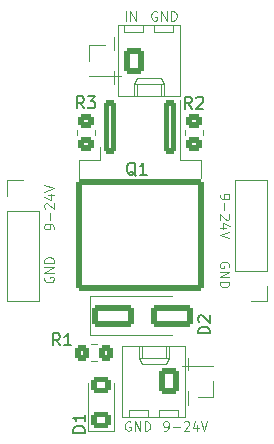
<source format=gto>
G04 #@! TF.GenerationSoftware,KiCad,Pcbnew,7.0.1*
G04 #@! TF.CreationDate,2025-03-09T11:47:29-05:00*
G04 #@! TF.ProjectId,Single Mosfet Board V2,53696e67-6c65-4204-9d6f-736665742042,rev?*
G04 #@! TF.SameCoordinates,Original*
G04 #@! TF.FileFunction,Legend,Top*
G04 #@! TF.FilePolarity,Positive*
%FSLAX46Y46*%
G04 Gerber Fmt 4.6, Leading zero omitted, Abs format (unit mm)*
G04 Created by KiCad (PCBNEW 7.0.1) date 2025-03-09 11:47:29*
%MOMM*%
%LPD*%
G01*
G04 APERTURE LIST*
G04 Aperture macros list*
%AMRoundRect*
0 Rectangle with rounded corners*
0 $1 Rounding radius*
0 $2 $3 $4 $5 $6 $7 $8 $9 X,Y pos of 4 corners*
0 Add a 4 corners polygon primitive as box body*
4,1,4,$2,$3,$4,$5,$6,$7,$8,$9,$2,$3,0*
0 Add four circle primitives for the rounded corners*
1,1,$1+$1,$2,$3*
1,1,$1+$1,$4,$5*
1,1,$1+$1,$6,$7*
1,1,$1+$1,$8,$9*
0 Add four rect primitives between the rounded corners*
20,1,$1+$1,$2,$3,$4,$5,0*
20,1,$1+$1,$4,$5,$6,$7,0*
20,1,$1+$1,$6,$7,$8,$9,0*
20,1,$1+$1,$8,$9,$2,$3,0*%
G04 Aperture macros list end*
%ADD10C,0.100000*%
%ADD11C,0.150000*%
%ADD12C,0.120000*%
%ADD13RoundRect,0.250000X-0.450000X0.350000X-0.450000X-0.350000X0.450000X-0.350000X0.450000X0.350000X0*%
%ADD14RoundRect,0.250000X-0.300000X2.050000X-0.300000X-2.050000X0.300000X-2.050000X0.300000X2.050000X0*%
%ADD15RoundRect,0.250002X-5.149998X4.449998X-5.149998X-4.449998X5.149998X-4.449998X5.149998X4.449998X0*%
%ADD16RoundRect,0.250000X-0.620000X-0.845000X0.620000X-0.845000X0.620000X0.845000X-0.620000X0.845000X0*%
%ADD17O,1.740000X2.190000*%
%ADD18R,1.700000X1.700000*%
%ADD19O,1.700000X1.700000*%
%ADD20RoundRect,0.250001X0.624999X-0.462499X0.624999X0.462499X-0.624999X0.462499X-0.624999X-0.462499X0*%
%ADD21C,3.200000*%
%ADD22RoundRect,0.250000X0.620000X0.845000X-0.620000X0.845000X-0.620000X-0.845000X0.620000X-0.845000X0*%
%ADD23RoundRect,0.250000X-1.500000X-0.650000X1.500000X-0.650000X1.500000X0.650000X-1.500000X0.650000X0*%
%ADD24RoundRect,0.250000X-0.350000X-0.450000X0.350000X-0.450000X0.350000X0.450000X-0.350000X0.450000X0*%
G04 APERTURE END LIST*
D10*
X132160095Y-80492380D02*
X132160095Y-80339999D01*
X132160095Y-80339999D02*
X132122000Y-80263809D01*
X132122000Y-80263809D02*
X132083904Y-80225713D01*
X132083904Y-80225713D02*
X131969619Y-80149523D01*
X131969619Y-80149523D02*
X131817238Y-80111428D01*
X131817238Y-80111428D02*
X131512476Y-80111428D01*
X131512476Y-80111428D02*
X131436285Y-80149523D01*
X131436285Y-80149523D02*
X131398190Y-80187618D01*
X131398190Y-80187618D02*
X131360095Y-80263809D01*
X131360095Y-80263809D02*
X131360095Y-80416190D01*
X131360095Y-80416190D02*
X131398190Y-80492380D01*
X131398190Y-80492380D02*
X131436285Y-80530475D01*
X131436285Y-80530475D02*
X131512476Y-80568571D01*
X131512476Y-80568571D02*
X131702952Y-80568571D01*
X131702952Y-80568571D02*
X131779142Y-80530475D01*
X131779142Y-80530475D02*
X131817238Y-80492380D01*
X131817238Y-80492380D02*
X131855333Y-80416190D01*
X131855333Y-80416190D02*
X131855333Y-80263809D01*
X131855333Y-80263809D02*
X131817238Y-80187618D01*
X131817238Y-80187618D02*
X131779142Y-80149523D01*
X131779142Y-80149523D02*
X131702952Y-80111428D01*
X131855333Y-79768570D02*
X131855333Y-79159047D01*
X131436285Y-78816190D02*
X131398190Y-78778094D01*
X131398190Y-78778094D02*
X131360095Y-78701904D01*
X131360095Y-78701904D02*
X131360095Y-78511428D01*
X131360095Y-78511428D02*
X131398190Y-78435237D01*
X131398190Y-78435237D02*
X131436285Y-78397142D01*
X131436285Y-78397142D02*
X131512476Y-78359047D01*
X131512476Y-78359047D02*
X131588666Y-78359047D01*
X131588666Y-78359047D02*
X131702952Y-78397142D01*
X131702952Y-78397142D02*
X132160095Y-78854285D01*
X132160095Y-78854285D02*
X132160095Y-78359047D01*
X131626761Y-77673332D02*
X132160095Y-77673332D01*
X131322000Y-77863808D02*
X131893428Y-78054285D01*
X131893428Y-78054285D02*
X131893428Y-77559046D01*
X131360095Y-77368570D02*
X132160095Y-77101903D01*
X132160095Y-77101903D02*
X131360095Y-76835237D01*
X131398190Y-84599523D02*
X131360095Y-84675713D01*
X131360095Y-84675713D02*
X131360095Y-84789999D01*
X131360095Y-84789999D02*
X131398190Y-84904285D01*
X131398190Y-84904285D02*
X131474380Y-84980475D01*
X131474380Y-84980475D02*
X131550571Y-85018570D01*
X131550571Y-85018570D02*
X131702952Y-85056666D01*
X131702952Y-85056666D02*
X131817238Y-85056666D01*
X131817238Y-85056666D02*
X131969619Y-85018570D01*
X131969619Y-85018570D02*
X132045809Y-84980475D01*
X132045809Y-84980475D02*
X132122000Y-84904285D01*
X132122000Y-84904285D02*
X132160095Y-84789999D01*
X132160095Y-84789999D02*
X132160095Y-84713808D01*
X132160095Y-84713808D02*
X132122000Y-84599523D01*
X132122000Y-84599523D02*
X132083904Y-84561427D01*
X132083904Y-84561427D02*
X131817238Y-84561427D01*
X131817238Y-84561427D02*
X131817238Y-84713808D01*
X132160095Y-84218570D02*
X131360095Y-84218570D01*
X131360095Y-84218570D02*
X132160095Y-83761427D01*
X132160095Y-83761427D02*
X131360095Y-83761427D01*
X132160095Y-83380475D02*
X131360095Y-83380475D01*
X131360095Y-83380475D02*
X131360095Y-83189999D01*
X131360095Y-83189999D02*
X131398190Y-83075713D01*
X131398190Y-83075713D02*
X131474380Y-82999523D01*
X131474380Y-82999523D02*
X131550571Y-82961428D01*
X131550571Y-82961428D02*
X131702952Y-82923332D01*
X131702952Y-82923332D02*
X131817238Y-82923332D01*
X131817238Y-82923332D02*
X131969619Y-82961428D01*
X131969619Y-82961428D02*
X132045809Y-82999523D01*
X132045809Y-82999523D02*
X132122000Y-83075713D01*
X132122000Y-83075713D02*
X132160095Y-83189999D01*
X132160095Y-83189999D02*
X132160095Y-83380475D01*
X146223904Y-77621619D02*
X146223904Y-77774000D01*
X146223904Y-77774000D02*
X146262000Y-77850190D01*
X146262000Y-77850190D02*
X146300095Y-77888286D01*
X146300095Y-77888286D02*
X146414380Y-77964476D01*
X146414380Y-77964476D02*
X146566761Y-78002571D01*
X146566761Y-78002571D02*
X146871523Y-78002571D01*
X146871523Y-78002571D02*
X146947714Y-77964476D01*
X146947714Y-77964476D02*
X146985809Y-77926381D01*
X146985809Y-77926381D02*
X147023904Y-77850190D01*
X147023904Y-77850190D02*
X147023904Y-77697809D01*
X147023904Y-77697809D02*
X146985809Y-77621619D01*
X146985809Y-77621619D02*
X146947714Y-77583524D01*
X146947714Y-77583524D02*
X146871523Y-77545428D01*
X146871523Y-77545428D02*
X146681047Y-77545428D01*
X146681047Y-77545428D02*
X146604857Y-77583524D01*
X146604857Y-77583524D02*
X146566761Y-77621619D01*
X146566761Y-77621619D02*
X146528666Y-77697809D01*
X146528666Y-77697809D02*
X146528666Y-77850190D01*
X146528666Y-77850190D02*
X146566761Y-77926381D01*
X146566761Y-77926381D02*
X146604857Y-77964476D01*
X146604857Y-77964476D02*
X146681047Y-78002571D01*
X146528666Y-78345429D02*
X146528666Y-78954953D01*
X146947714Y-79297809D02*
X146985809Y-79335905D01*
X146985809Y-79335905D02*
X147023904Y-79412095D01*
X147023904Y-79412095D02*
X147023904Y-79602571D01*
X147023904Y-79602571D02*
X146985809Y-79678762D01*
X146985809Y-79678762D02*
X146947714Y-79716857D01*
X146947714Y-79716857D02*
X146871523Y-79754952D01*
X146871523Y-79754952D02*
X146795333Y-79754952D01*
X146795333Y-79754952D02*
X146681047Y-79716857D01*
X146681047Y-79716857D02*
X146223904Y-79259714D01*
X146223904Y-79259714D02*
X146223904Y-79754952D01*
X146757238Y-80440667D02*
X146223904Y-80440667D01*
X147062000Y-80250191D02*
X146490571Y-80059714D01*
X146490571Y-80059714D02*
X146490571Y-80554953D01*
X147023904Y-80745429D02*
X146223904Y-81012096D01*
X146223904Y-81012096D02*
X147023904Y-81278762D01*
X141497619Y-97620095D02*
X141650000Y-97620095D01*
X141650000Y-97620095D02*
X141726190Y-97582000D01*
X141726190Y-97582000D02*
X141764286Y-97543904D01*
X141764286Y-97543904D02*
X141840476Y-97429619D01*
X141840476Y-97429619D02*
X141878571Y-97277238D01*
X141878571Y-97277238D02*
X141878571Y-96972476D01*
X141878571Y-96972476D02*
X141840476Y-96896285D01*
X141840476Y-96896285D02*
X141802381Y-96858190D01*
X141802381Y-96858190D02*
X141726190Y-96820095D01*
X141726190Y-96820095D02*
X141573809Y-96820095D01*
X141573809Y-96820095D02*
X141497619Y-96858190D01*
X141497619Y-96858190D02*
X141459524Y-96896285D01*
X141459524Y-96896285D02*
X141421428Y-96972476D01*
X141421428Y-96972476D02*
X141421428Y-97162952D01*
X141421428Y-97162952D02*
X141459524Y-97239142D01*
X141459524Y-97239142D02*
X141497619Y-97277238D01*
X141497619Y-97277238D02*
X141573809Y-97315333D01*
X141573809Y-97315333D02*
X141726190Y-97315333D01*
X141726190Y-97315333D02*
X141802381Y-97277238D01*
X141802381Y-97277238D02*
X141840476Y-97239142D01*
X141840476Y-97239142D02*
X141878571Y-97162952D01*
X142221429Y-97315333D02*
X142830953Y-97315333D01*
X143173809Y-96896285D02*
X143211905Y-96858190D01*
X143211905Y-96858190D02*
X143288095Y-96820095D01*
X143288095Y-96820095D02*
X143478571Y-96820095D01*
X143478571Y-96820095D02*
X143554762Y-96858190D01*
X143554762Y-96858190D02*
X143592857Y-96896285D01*
X143592857Y-96896285D02*
X143630952Y-96972476D01*
X143630952Y-96972476D02*
X143630952Y-97048666D01*
X143630952Y-97048666D02*
X143592857Y-97162952D01*
X143592857Y-97162952D02*
X143135714Y-97620095D01*
X143135714Y-97620095D02*
X143630952Y-97620095D01*
X144316667Y-97086761D02*
X144316667Y-97620095D01*
X144126191Y-96782000D02*
X143935714Y-97353428D01*
X143935714Y-97353428D02*
X144430953Y-97353428D01*
X144621429Y-96820095D02*
X144888096Y-97620095D01*
X144888096Y-97620095D02*
X145154762Y-96820095D01*
X146985809Y-83764476D02*
X147023904Y-83688286D01*
X147023904Y-83688286D02*
X147023904Y-83574000D01*
X147023904Y-83574000D02*
X146985809Y-83459714D01*
X146985809Y-83459714D02*
X146909619Y-83383524D01*
X146909619Y-83383524D02*
X146833428Y-83345429D01*
X146833428Y-83345429D02*
X146681047Y-83307333D01*
X146681047Y-83307333D02*
X146566761Y-83307333D01*
X146566761Y-83307333D02*
X146414380Y-83345429D01*
X146414380Y-83345429D02*
X146338190Y-83383524D01*
X146338190Y-83383524D02*
X146262000Y-83459714D01*
X146262000Y-83459714D02*
X146223904Y-83574000D01*
X146223904Y-83574000D02*
X146223904Y-83650191D01*
X146223904Y-83650191D02*
X146262000Y-83764476D01*
X146262000Y-83764476D02*
X146300095Y-83802572D01*
X146300095Y-83802572D02*
X146566761Y-83802572D01*
X146566761Y-83802572D02*
X146566761Y-83650191D01*
X146223904Y-84145429D02*
X147023904Y-84145429D01*
X147023904Y-84145429D02*
X146223904Y-84602572D01*
X146223904Y-84602572D02*
X147023904Y-84602572D01*
X146223904Y-84983524D02*
X147023904Y-84983524D01*
X147023904Y-84983524D02*
X147023904Y-85174000D01*
X147023904Y-85174000D02*
X146985809Y-85288286D01*
X146985809Y-85288286D02*
X146909619Y-85364476D01*
X146909619Y-85364476D02*
X146833428Y-85402571D01*
X146833428Y-85402571D02*
X146681047Y-85440667D01*
X146681047Y-85440667D02*
X146566761Y-85440667D01*
X146566761Y-85440667D02*
X146414380Y-85402571D01*
X146414380Y-85402571D02*
X146338190Y-85364476D01*
X146338190Y-85364476D02*
X146262000Y-85288286D01*
X146262000Y-85288286D02*
X146223904Y-85174000D01*
X146223904Y-85174000D02*
X146223904Y-84983524D01*
X138640476Y-96858190D02*
X138564286Y-96820095D01*
X138564286Y-96820095D02*
X138450000Y-96820095D01*
X138450000Y-96820095D02*
X138335714Y-96858190D01*
X138335714Y-96858190D02*
X138259524Y-96934380D01*
X138259524Y-96934380D02*
X138221429Y-97010571D01*
X138221429Y-97010571D02*
X138183333Y-97162952D01*
X138183333Y-97162952D02*
X138183333Y-97277238D01*
X138183333Y-97277238D02*
X138221429Y-97429619D01*
X138221429Y-97429619D02*
X138259524Y-97505809D01*
X138259524Y-97505809D02*
X138335714Y-97582000D01*
X138335714Y-97582000D02*
X138450000Y-97620095D01*
X138450000Y-97620095D02*
X138526191Y-97620095D01*
X138526191Y-97620095D02*
X138640476Y-97582000D01*
X138640476Y-97582000D02*
X138678572Y-97543904D01*
X138678572Y-97543904D02*
X138678572Y-97277238D01*
X138678572Y-97277238D02*
X138526191Y-97277238D01*
X139021429Y-97620095D02*
X139021429Y-96820095D01*
X139021429Y-96820095D02*
X139478572Y-97620095D01*
X139478572Y-97620095D02*
X139478572Y-96820095D01*
X139859524Y-97620095D02*
X139859524Y-96820095D01*
X139859524Y-96820095D02*
X140050000Y-96820095D01*
X140050000Y-96820095D02*
X140164286Y-96858190D01*
X140164286Y-96858190D02*
X140240476Y-96934380D01*
X140240476Y-96934380D02*
X140278571Y-97010571D01*
X140278571Y-97010571D02*
X140316667Y-97162952D01*
X140316667Y-97162952D02*
X140316667Y-97277238D01*
X140316667Y-97277238D02*
X140278571Y-97429619D01*
X140278571Y-97429619D02*
X140240476Y-97505809D01*
X140240476Y-97505809D02*
X140164286Y-97582000D01*
X140164286Y-97582000D02*
X140050000Y-97620095D01*
X140050000Y-97620095D02*
X139859524Y-97620095D01*
X138246953Y-62890095D02*
X138246953Y-62090095D01*
X138627905Y-62890095D02*
X138627905Y-62090095D01*
X138627905Y-62090095D02*
X139085048Y-62890095D01*
X139085048Y-62890095D02*
X139085048Y-62090095D01*
X140868476Y-62128190D02*
X140792286Y-62090095D01*
X140792286Y-62090095D02*
X140678000Y-62090095D01*
X140678000Y-62090095D02*
X140563714Y-62128190D01*
X140563714Y-62128190D02*
X140487524Y-62204380D01*
X140487524Y-62204380D02*
X140449429Y-62280571D01*
X140449429Y-62280571D02*
X140411333Y-62432952D01*
X140411333Y-62432952D02*
X140411333Y-62547238D01*
X140411333Y-62547238D02*
X140449429Y-62699619D01*
X140449429Y-62699619D02*
X140487524Y-62775809D01*
X140487524Y-62775809D02*
X140563714Y-62852000D01*
X140563714Y-62852000D02*
X140678000Y-62890095D01*
X140678000Y-62890095D02*
X140754191Y-62890095D01*
X140754191Y-62890095D02*
X140868476Y-62852000D01*
X140868476Y-62852000D02*
X140906572Y-62813904D01*
X140906572Y-62813904D02*
X140906572Y-62547238D01*
X140906572Y-62547238D02*
X140754191Y-62547238D01*
X141249429Y-62890095D02*
X141249429Y-62090095D01*
X141249429Y-62090095D02*
X141706572Y-62890095D01*
X141706572Y-62890095D02*
X141706572Y-62090095D01*
X142087524Y-62890095D02*
X142087524Y-62090095D01*
X142087524Y-62090095D02*
X142278000Y-62090095D01*
X142278000Y-62090095D02*
X142392286Y-62128190D01*
X142392286Y-62128190D02*
X142468476Y-62204380D01*
X142468476Y-62204380D02*
X142506571Y-62280571D01*
X142506571Y-62280571D02*
X142544667Y-62432952D01*
X142544667Y-62432952D02*
X142544667Y-62547238D01*
X142544667Y-62547238D02*
X142506571Y-62699619D01*
X142506571Y-62699619D02*
X142468476Y-62775809D01*
X142468476Y-62775809D02*
X142392286Y-62852000D01*
X142392286Y-62852000D02*
X142278000Y-62890095D01*
X142278000Y-62890095D02*
X142087524Y-62890095D01*
D11*
X134707333Y-70312619D02*
X134374000Y-69836428D01*
X134135905Y-70312619D02*
X134135905Y-69312619D01*
X134135905Y-69312619D02*
X134516857Y-69312619D01*
X134516857Y-69312619D02*
X134612095Y-69360238D01*
X134612095Y-69360238D02*
X134659714Y-69407857D01*
X134659714Y-69407857D02*
X134707333Y-69503095D01*
X134707333Y-69503095D02*
X134707333Y-69645952D01*
X134707333Y-69645952D02*
X134659714Y-69741190D01*
X134659714Y-69741190D02*
X134612095Y-69788809D01*
X134612095Y-69788809D02*
X134516857Y-69836428D01*
X134516857Y-69836428D02*
X134135905Y-69836428D01*
X135040667Y-69312619D02*
X135659714Y-69312619D01*
X135659714Y-69312619D02*
X135326381Y-69693571D01*
X135326381Y-69693571D02*
X135469238Y-69693571D01*
X135469238Y-69693571D02*
X135564476Y-69741190D01*
X135564476Y-69741190D02*
X135612095Y-69788809D01*
X135612095Y-69788809D02*
X135659714Y-69884047D01*
X135659714Y-69884047D02*
X135659714Y-70122142D01*
X135659714Y-70122142D02*
X135612095Y-70217380D01*
X135612095Y-70217380D02*
X135564476Y-70265000D01*
X135564476Y-70265000D02*
X135469238Y-70312619D01*
X135469238Y-70312619D02*
X135183524Y-70312619D01*
X135183524Y-70312619D02*
X135088286Y-70265000D01*
X135088286Y-70265000D02*
X135040667Y-70217380D01*
X139096761Y-76019857D02*
X139001523Y-75972238D01*
X139001523Y-75972238D02*
X138906285Y-75877000D01*
X138906285Y-75877000D02*
X138763428Y-75734142D01*
X138763428Y-75734142D02*
X138668190Y-75686523D01*
X138668190Y-75686523D02*
X138572952Y-75686523D01*
X138620571Y-75924619D02*
X138525333Y-75877000D01*
X138525333Y-75877000D02*
X138430095Y-75781761D01*
X138430095Y-75781761D02*
X138382476Y-75591285D01*
X138382476Y-75591285D02*
X138382476Y-75257952D01*
X138382476Y-75257952D02*
X138430095Y-75067476D01*
X138430095Y-75067476D02*
X138525333Y-74972238D01*
X138525333Y-74972238D02*
X138620571Y-74924619D01*
X138620571Y-74924619D02*
X138811047Y-74924619D01*
X138811047Y-74924619D02*
X138906285Y-74972238D01*
X138906285Y-74972238D02*
X139001523Y-75067476D01*
X139001523Y-75067476D02*
X139049142Y-75257952D01*
X139049142Y-75257952D02*
X139049142Y-75591285D01*
X139049142Y-75591285D02*
X139001523Y-75781761D01*
X139001523Y-75781761D02*
X138906285Y-75877000D01*
X138906285Y-75877000D02*
X138811047Y-75924619D01*
X138811047Y-75924619D02*
X138620571Y-75924619D01*
X140001523Y-75924619D02*
X139430095Y-75924619D01*
X139715809Y-75924619D02*
X139715809Y-74924619D01*
X139715809Y-74924619D02*
X139620571Y-75067476D01*
X139620571Y-75067476D02*
X139525333Y-75162714D01*
X139525333Y-75162714D02*
X139430095Y-75210333D01*
X134786619Y-97766094D02*
X133786619Y-97766094D01*
X133786619Y-97766094D02*
X133786619Y-97527999D01*
X133786619Y-97527999D02*
X133834238Y-97385142D01*
X133834238Y-97385142D02*
X133929476Y-97289904D01*
X133929476Y-97289904D02*
X134024714Y-97242285D01*
X134024714Y-97242285D02*
X134215190Y-97194666D01*
X134215190Y-97194666D02*
X134358047Y-97194666D01*
X134358047Y-97194666D02*
X134548523Y-97242285D01*
X134548523Y-97242285D02*
X134643761Y-97289904D01*
X134643761Y-97289904D02*
X134739000Y-97385142D01*
X134739000Y-97385142D02*
X134786619Y-97527999D01*
X134786619Y-97527999D02*
X134786619Y-97766094D01*
X134786619Y-96242285D02*
X134786619Y-96813713D01*
X134786619Y-96527999D02*
X133786619Y-96527999D01*
X133786619Y-96527999D02*
X133929476Y-96623237D01*
X133929476Y-96623237D02*
X134024714Y-96718475D01*
X134024714Y-96718475D02*
X134072333Y-96813713D01*
X143851333Y-70336619D02*
X143518000Y-69860428D01*
X143279905Y-70336619D02*
X143279905Y-69336619D01*
X143279905Y-69336619D02*
X143660857Y-69336619D01*
X143660857Y-69336619D02*
X143756095Y-69384238D01*
X143756095Y-69384238D02*
X143803714Y-69431857D01*
X143803714Y-69431857D02*
X143851333Y-69527095D01*
X143851333Y-69527095D02*
X143851333Y-69669952D01*
X143851333Y-69669952D02*
X143803714Y-69765190D01*
X143803714Y-69765190D02*
X143756095Y-69812809D01*
X143756095Y-69812809D02*
X143660857Y-69860428D01*
X143660857Y-69860428D02*
X143279905Y-69860428D01*
X144232286Y-69431857D02*
X144279905Y-69384238D01*
X144279905Y-69384238D02*
X144375143Y-69336619D01*
X144375143Y-69336619D02*
X144613238Y-69336619D01*
X144613238Y-69336619D02*
X144708476Y-69384238D01*
X144708476Y-69384238D02*
X144756095Y-69431857D01*
X144756095Y-69431857D02*
X144803714Y-69527095D01*
X144803714Y-69527095D02*
X144803714Y-69622333D01*
X144803714Y-69622333D02*
X144756095Y-69765190D01*
X144756095Y-69765190D02*
X144184667Y-70336619D01*
X144184667Y-70336619D02*
X144803714Y-70336619D01*
X145362619Y-89372094D02*
X144362619Y-89372094D01*
X144362619Y-89372094D02*
X144362619Y-89133999D01*
X144362619Y-89133999D02*
X144410238Y-88991142D01*
X144410238Y-88991142D02*
X144505476Y-88895904D01*
X144505476Y-88895904D02*
X144600714Y-88848285D01*
X144600714Y-88848285D02*
X144791190Y-88800666D01*
X144791190Y-88800666D02*
X144934047Y-88800666D01*
X144934047Y-88800666D02*
X145124523Y-88848285D01*
X145124523Y-88848285D02*
X145219761Y-88895904D01*
X145219761Y-88895904D02*
X145315000Y-88991142D01*
X145315000Y-88991142D02*
X145362619Y-89133999D01*
X145362619Y-89133999D02*
X145362619Y-89372094D01*
X144457857Y-88419713D02*
X144410238Y-88372094D01*
X144410238Y-88372094D02*
X144362619Y-88276856D01*
X144362619Y-88276856D02*
X144362619Y-88038761D01*
X144362619Y-88038761D02*
X144410238Y-87943523D01*
X144410238Y-87943523D02*
X144457857Y-87895904D01*
X144457857Y-87895904D02*
X144553095Y-87848285D01*
X144553095Y-87848285D02*
X144648333Y-87848285D01*
X144648333Y-87848285D02*
X144791190Y-87895904D01*
X144791190Y-87895904D02*
X145362619Y-88467332D01*
X145362619Y-88467332D02*
X145362619Y-87848285D01*
X132675333Y-90378619D02*
X132342000Y-89902428D01*
X132103905Y-90378619D02*
X132103905Y-89378619D01*
X132103905Y-89378619D02*
X132484857Y-89378619D01*
X132484857Y-89378619D02*
X132580095Y-89426238D01*
X132580095Y-89426238D02*
X132627714Y-89473857D01*
X132627714Y-89473857D02*
X132675333Y-89569095D01*
X132675333Y-89569095D02*
X132675333Y-89711952D01*
X132675333Y-89711952D02*
X132627714Y-89807190D01*
X132627714Y-89807190D02*
X132580095Y-89854809D01*
X132580095Y-89854809D02*
X132484857Y-89902428D01*
X132484857Y-89902428D02*
X132103905Y-89902428D01*
X133627714Y-90378619D02*
X133056286Y-90378619D01*
X133342000Y-90378619D02*
X133342000Y-89378619D01*
X133342000Y-89378619D02*
X133246762Y-89521476D01*
X133246762Y-89521476D02*
X133151524Y-89616714D01*
X133151524Y-89616714D02*
X133056286Y-89664333D01*
D12*
X135609000Y-72146936D02*
X135609000Y-72601064D01*
X134139000Y-72146936D02*
X134139000Y-72601064D01*
X144646000Y-76201000D02*
X144646000Y-74701000D01*
X144646000Y-74701000D02*
X142836000Y-74701000D01*
X142836000Y-74701000D02*
X142836000Y-69576000D01*
X134246000Y-76201000D02*
X134246000Y-74701000D01*
X134246000Y-74701000D02*
X136056000Y-74701000D01*
X136056000Y-74701000D02*
X136056000Y-73601000D01*
X137268000Y-64270000D02*
X137268000Y-68270000D01*
X137558000Y-63240000D02*
X137558000Y-69260000D01*
X137558000Y-69260000D02*
X142858000Y-69260000D01*
X138138000Y-63240000D02*
X138138000Y-63840000D01*
X138138000Y-63840000D02*
X139738000Y-63840000D01*
X138938000Y-68260000D02*
X139188000Y-67730000D01*
X138938000Y-68260000D02*
X141478000Y-68260000D01*
X138938000Y-69260000D02*
X138938000Y-68260000D01*
X139188000Y-67730000D02*
X141228000Y-67730000D01*
X139188000Y-69260000D02*
X139188000Y-68260000D01*
X139738000Y-63840000D02*
X139738000Y-63240000D01*
X140678000Y-63240000D02*
X140678000Y-63840000D01*
X140678000Y-63840000D02*
X142278000Y-63840000D01*
X141228000Y-67730000D02*
X141478000Y-68260000D01*
X141228000Y-69260000D02*
X141228000Y-68260000D01*
X141478000Y-68260000D02*
X141478000Y-69260000D01*
X142278000Y-63840000D02*
X142278000Y-63240000D01*
X142858000Y-63240000D02*
X137558000Y-63240000D01*
X142858000Y-69260000D02*
X142858000Y-63240000D01*
X145660000Y-94760000D02*
X144330000Y-94760000D01*
X145660000Y-93430000D02*
X145660000Y-94760000D01*
X145660000Y-92160000D02*
X145660000Y-92100000D01*
X145660000Y-92160000D02*
X143000000Y-92160000D01*
X145660000Y-92100000D02*
X143000000Y-92100000D01*
X143000000Y-92160000D02*
X143000000Y-92100000D01*
X147514000Y-84064000D02*
X147514000Y-76384000D01*
X150174000Y-76384000D02*
X147514000Y-76384000D01*
X150174000Y-84064000D02*
X147514000Y-84064000D01*
X150174000Y-84064000D02*
X150174000Y-76384000D01*
X150174000Y-85334000D02*
X150174000Y-86664000D01*
X150174000Y-86664000D02*
X148844000Y-86664000D01*
X128210000Y-76370000D02*
X129540000Y-76370000D01*
X128210000Y-77700000D02*
X128210000Y-76370000D01*
X128210000Y-78970000D02*
X128210000Y-86650000D01*
X128210000Y-78970000D02*
X130870000Y-78970000D01*
X128210000Y-86650000D02*
X130870000Y-86650000D01*
X130870000Y-78970000D02*
X130870000Y-86650000D01*
X135009000Y-97673500D02*
X137279000Y-97673500D01*
X137279000Y-97673500D02*
X137279000Y-93613500D01*
X135009000Y-93613500D02*
X135009000Y-97673500D01*
X135148000Y-64940000D02*
X136478000Y-64940000D01*
X135148000Y-66270000D02*
X135148000Y-64940000D01*
X135148000Y-67540000D02*
X135148000Y-67600000D01*
X135148000Y-67540000D02*
X137808000Y-67540000D01*
X135148000Y-67600000D02*
X137808000Y-67600000D01*
X137808000Y-67540000D02*
X137808000Y-67600000D01*
X144753000Y-72146936D02*
X144753000Y-72601064D01*
X143283000Y-72146936D02*
X143283000Y-72601064D01*
X143540000Y-95430000D02*
X143540000Y-91430000D01*
X143250000Y-96460000D02*
X143250000Y-90440000D01*
X143250000Y-90440000D02*
X137950000Y-90440000D01*
X142670000Y-96460000D02*
X142670000Y-95860000D01*
X142670000Y-95860000D02*
X141070000Y-95860000D01*
X141870000Y-91440000D02*
X141620000Y-91970000D01*
X141870000Y-91440000D02*
X139330000Y-91440000D01*
X141870000Y-90440000D02*
X141870000Y-91440000D01*
X141620000Y-91970000D02*
X139580000Y-91970000D01*
X141620000Y-90440000D02*
X141620000Y-91440000D01*
X141070000Y-95860000D02*
X141070000Y-96460000D01*
X140130000Y-96460000D02*
X140130000Y-95860000D01*
X140130000Y-95860000D02*
X138530000Y-95860000D01*
X139580000Y-91970000D02*
X139330000Y-91440000D01*
X139580000Y-90440000D02*
X139580000Y-91440000D01*
X139330000Y-91440000D02*
X139330000Y-90440000D01*
X138530000Y-95860000D02*
X138530000Y-96460000D01*
X137950000Y-96460000D02*
X143250000Y-96460000D01*
X137950000Y-90440000D02*
X137950000Y-96460000D01*
X135190000Y-86234000D02*
X135190000Y-89534000D01*
X135190000Y-86234000D02*
X142200000Y-86234000D01*
X135190000Y-89534000D02*
X142200000Y-89534000D01*
X135322936Y-90265000D02*
X135777064Y-90265000D01*
X135322936Y-91735000D02*
X135777064Y-91735000D01*
%LPC*%
D13*
X134874000Y-71374000D03*
X134874000Y-73374000D03*
D14*
X141986000Y-71876000D03*
X136906000Y-71876000D03*
D15*
X139446000Y-81026000D03*
D16*
X138938000Y-66270000D03*
D17*
X141478000Y-66270000D03*
D18*
X144330000Y-93430000D03*
D19*
X148844000Y-77714000D03*
X148844000Y-80254000D03*
X148844000Y-82794000D03*
D18*
X148844000Y-85334000D03*
X129540000Y-77700000D03*
D19*
X129540000Y-80240000D03*
X129540000Y-82780000D03*
X129540000Y-85320000D03*
D20*
X136144000Y-96701000D03*
X136144000Y-93726000D03*
D18*
X136478000Y-66270000D03*
D21*
X147500000Y-64770000D03*
D13*
X144018000Y-71374000D03*
X144018000Y-73374000D03*
D22*
X141870000Y-93430000D03*
D17*
X139330000Y-93430000D03*
D23*
X137200000Y-87884000D03*
X142200000Y-87884000D03*
D21*
X131000000Y-94500000D03*
D24*
X134550000Y-91000000D03*
X136550000Y-91000000D03*
M02*

</source>
